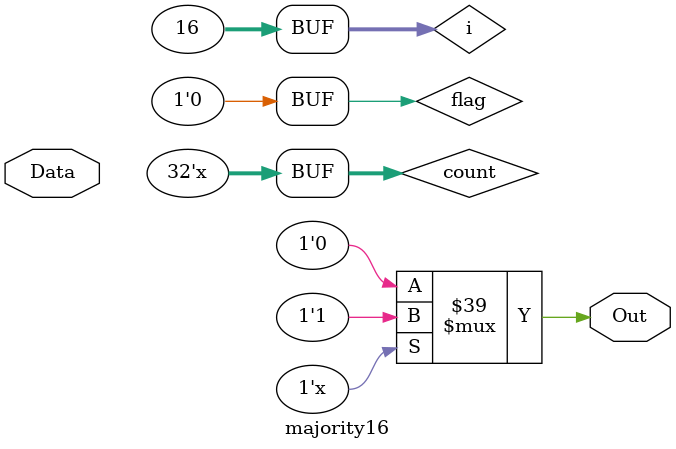
<source format=v>


//Write the Verilog module here
module majority16 (Out, Data);
  output reg Out;
  input [15:0] Data;
  integer i;
  integer count;
  //count=5'b0;
  reg flag=0;

  initial
    begin
      count=0;

    
    end
  always @(*)
     begin
     for (i=0; i<16; i++)
      if (Data[i]==1) begin count=count+1; end
   
       if (count>8) 
    begin 
     Out=1; 
    end
   else 
     begin 
      Out=0; 
     end
    end

endmodule
</source>
